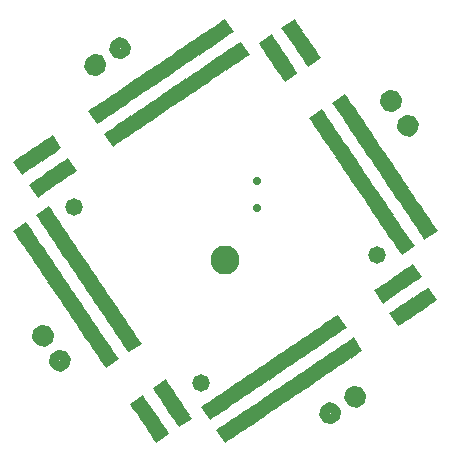
<source format=gbs>
G75*
%MOIN*%
%OFA0B0*%
%FSLAX24Y24*%
%IPPOS*%
%LPD*%
%AMOC8*
5,1,8,0,0,1.08239X$1,22.5*
%
%ADD10C,0.0580*%
%ADD11C,0.0970*%
%ADD12R,0.0159X0.0529*%
%ADD13C,0.0142*%
%ADD14C,0.0278*%
D10*
X008350Y004102D03*
X014218Y008350D03*
X004102Y009970D03*
D11*
X009160Y008176D03*
D12*
G36*
X011613Y005488D02*
X011744Y005577D01*
X012039Y005140D01*
X011908Y005051D01*
X011613Y005488D01*
G37*
G36*
X011483Y005400D02*
X011614Y005489D01*
X011909Y005052D01*
X011778Y004963D01*
X011483Y005400D01*
G37*
G36*
X011352Y005312D02*
X011483Y005401D01*
X011778Y004964D01*
X011647Y004875D01*
X011352Y005312D01*
G37*
G36*
X011222Y005224D02*
X011353Y005313D01*
X011648Y004876D01*
X011517Y004787D01*
X011222Y005224D01*
G37*
G36*
X011091Y005136D02*
X011222Y005225D01*
X011517Y004788D01*
X011386Y004699D01*
X011091Y005136D01*
G37*
G36*
X010960Y005048D02*
X011091Y005137D01*
X011386Y004700D01*
X011255Y004611D01*
X010960Y005048D01*
G37*
G36*
X010830Y004960D02*
X010961Y005049D01*
X011256Y004612D01*
X011125Y004523D01*
X010830Y004960D01*
G37*
G36*
X010699Y004872D02*
X010830Y004961D01*
X011125Y004524D01*
X010994Y004435D01*
X010699Y004872D01*
G37*
G36*
X010569Y004784D02*
X010700Y004873D01*
X010995Y004436D01*
X010864Y004347D01*
X010569Y004784D01*
G37*
G36*
X010438Y004696D02*
X010569Y004785D01*
X010864Y004348D01*
X010733Y004259D01*
X010438Y004696D01*
G37*
G36*
X010308Y004607D02*
X010439Y004696D01*
X010734Y004259D01*
X010603Y004170D01*
X010308Y004607D01*
G37*
G36*
X010177Y004519D02*
X010308Y004608D01*
X010603Y004171D01*
X010472Y004082D01*
X010177Y004519D01*
G37*
G36*
X010047Y004431D02*
X010178Y004520D01*
X010473Y004083D01*
X010342Y003994D01*
X010047Y004431D01*
G37*
G36*
X009916Y004343D02*
X010047Y004432D01*
X010342Y003995D01*
X010211Y003906D01*
X009916Y004343D01*
G37*
G36*
X009785Y004255D02*
X009916Y004344D01*
X010211Y003907D01*
X010080Y003818D01*
X009785Y004255D01*
G37*
G36*
X009655Y004167D02*
X009786Y004256D01*
X010081Y003819D01*
X009950Y003730D01*
X009655Y004167D01*
G37*
G36*
X009524Y004079D02*
X009655Y004168D01*
X009950Y003731D01*
X009819Y003642D01*
X009524Y004079D01*
G37*
G36*
X009394Y003991D02*
X009525Y004080D01*
X009820Y003643D01*
X009689Y003554D01*
X009394Y003991D01*
G37*
G36*
X009263Y003903D02*
X009394Y003992D01*
X009689Y003555D01*
X009558Y003466D01*
X009263Y003903D01*
G37*
G36*
X009133Y003815D02*
X009264Y003904D01*
X009559Y003467D01*
X009428Y003378D01*
X009133Y003815D01*
G37*
G36*
X009002Y003727D02*
X009133Y003816D01*
X009428Y003379D01*
X009297Y003290D01*
X009002Y003727D01*
G37*
G36*
X008872Y003639D02*
X009003Y003728D01*
X009298Y003291D01*
X009167Y003202D01*
X008872Y003639D01*
G37*
G36*
X008741Y003551D02*
X008872Y003640D01*
X009167Y003203D01*
X009036Y003114D01*
X008741Y003551D01*
G37*
G36*
X008610Y003463D02*
X008741Y003552D01*
X009036Y003115D01*
X008905Y003026D01*
X008610Y003463D01*
G37*
G36*
X008480Y003375D02*
X008611Y003464D01*
X008906Y003027D01*
X008775Y002938D01*
X008480Y003375D01*
G37*
G36*
X008349Y003287D02*
X008480Y003376D01*
X008775Y002939D01*
X008644Y002850D01*
X008349Y003287D01*
G37*
G36*
X007965Y003035D02*
X008054Y002904D01*
X007617Y002609D01*
X007528Y002740D01*
X007965Y003035D01*
G37*
G36*
X007877Y003166D02*
X007966Y003035D01*
X007529Y002740D01*
X007440Y002871D01*
X007877Y003166D01*
G37*
G36*
X007789Y003296D02*
X007878Y003165D01*
X007441Y002870D01*
X007352Y003001D01*
X007789Y003296D01*
G37*
G36*
X007700Y003427D02*
X007789Y003296D01*
X007352Y003001D01*
X007263Y003132D01*
X007700Y003427D01*
G37*
G36*
X007612Y003557D02*
X007701Y003426D01*
X007264Y003131D01*
X007175Y003262D01*
X007612Y003557D01*
G37*
G36*
X007524Y003688D02*
X007613Y003557D01*
X007176Y003262D01*
X007087Y003393D01*
X007524Y003688D01*
G37*
G36*
X007436Y003818D02*
X007525Y003687D01*
X007088Y003392D01*
X006999Y003523D01*
X007436Y003818D01*
G37*
G36*
X007348Y003949D02*
X007437Y003818D01*
X007000Y003523D01*
X006911Y003654D01*
X007348Y003949D01*
G37*
G36*
X007260Y004080D02*
X007349Y003949D01*
X006912Y003654D01*
X006823Y003785D01*
X007260Y004080D01*
G37*
G36*
X007172Y004210D02*
X007261Y004079D01*
X006824Y003784D01*
X006735Y003915D01*
X007172Y004210D01*
G37*
G36*
X006060Y003269D02*
X005971Y003400D01*
X006408Y003695D01*
X006497Y003564D01*
X006060Y003269D01*
G37*
G36*
X006148Y003138D02*
X006059Y003269D01*
X006496Y003564D01*
X006585Y003433D01*
X006148Y003138D01*
G37*
G36*
X006236Y003008D02*
X006147Y003139D01*
X006584Y003434D01*
X006673Y003303D01*
X006236Y003008D01*
G37*
G36*
X006325Y002877D02*
X006236Y003008D01*
X006673Y003303D01*
X006762Y003172D01*
X006325Y002877D01*
G37*
G36*
X006413Y002747D02*
X006324Y002878D01*
X006761Y003173D01*
X006850Y003042D01*
X006413Y002747D01*
G37*
G36*
X006501Y002616D02*
X006412Y002747D01*
X006849Y003042D01*
X006938Y002911D01*
X006501Y002616D01*
G37*
G36*
X006589Y002486D02*
X006500Y002617D01*
X006937Y002912D01*
X007026Y002781D01*
X006589Y002486D01*
G37*
G36*
X006677Y002355D02*
X006588Y002486D01*
X007025Y002781D01*
X007114Y002650D01*
X006677Y002355D01*
G37*
G36*
X006765Y002224D02*
X006676Y002355D01*
X007113Y002650D01*
X007202Y002519D01*
X006765Y002224D01*
G37*
G36*
X006853Y002094D02*
X006764Y002225D01*
X007201Y002520D01*
X007290Y002389D01*
X006853Y002094D01*
G37*
G36*
X009291Y002175D02*
X009160Y002086D01*
X008865Y002523D01*
X008996Y002612D01*
X009291Y002175D01*
G37*
G36*
X009421Y002263D02*
X009290Y002174D01*
X008995Y002611D01*
X009126Y002700D01*
X009421Y002263D01*
G37*
G36*
X009552Y002351D02*
X009421Y002262D01*
X009126Y002699D01*
X009257Y002788D01*
X009552Y002351D01*
G37*
G36*
X009682Y002439D02*
X009551Y002350D01*
X009256Y002787D01*
X009387Y002876D01*
X009682Y002439D01*
G37*
G36*
X009813Y002527D02*
X009682Y002438D01*
X009387Y002875D01*
X009518Y002964D01*
X009813Y002527D01*
G37*
G36*
X009943Y002615D02*
X009812Y002526D01*
X009517Y002963D01*
X009648Y003052D01*
X009943Y002615D01*
G37*
G36*
X010074Y002703D02*
X009943Y002614D01*
X009648Y003051D01*
X009779Y003140D01*
X010074Y002703D01*
G37*
G36*
X010204Y002791D02*
X010073Y002702D01*
X009778Y003139D01*
X009909Y003228D01*
X010204Y002791D01*
G37*
G36*
X010335Y002879D02*
X010204Y002790D01*
X009909Y003227D01*
X010040Y003316D01*
X010335Y002879D01*
G37*
G36*
X010466Y002967D02*
X010335Y002878D01*
X010040Y003315D01*
X010171Y003404D01*
X010466Y002967D01*
G37*
G36*
X010596Y003055D02*
X010465Y002966D01*
X010170Y003403D01*
X010301Y003492D01*
X010596Y003055D01*
G37*
G36*
X010727Y003143D02*
X010596Y003054D01*
X010301Y003491D01*
X010432Y003580D01*
X010727Y003143D01*
G37*
G36*
X010857Y003232D02*
X010726Y003143D01*
X010431Y003580D01*
X010562Y003669D01*
X010857Y003232D01*
G37*
G36*
X010988Y003320D02*
X010857Y003231D01*
X010562Y003668D01*
X010693Y003757D01*
X010988Y003320D01*
G37*
G36*
X011118Y003408D02*
X010987Y003319D01*
X010692Y003756D01*
X010823Y003845D01*
X011118Y003408D01*
G37*
G36*
X011249Y003496D02*
X011118Y003407D01*
X010823Y003844D01*
X010954Y003933D01*
X011249Y003496D01*
G37*
G36*
X011379Y003584D02*
X011248Y003495D01*
X010953Y003932D01*
X011084Y004021D01*
X011379Y003584D01*
G37*
G36*
X011510Y003672D02*
X011379Y003583D01*
X011084Y004020D01*
X011215Y004109D01*
X011510Y003672D01*
G37*
G36*
X011641Y003760D02*
X011510Y003671D01*
X011215Y004108D01*
X011346Y004197D01*
X011641Y003760D01*
G37*
G36*
X011771Y003848D02*
X011640Y003759D01*
X011345Y004196D01*
X011476Y004285D01*
X011771Y003848D01*
G37*
G36*
X011902Y003936D02*
X011771Y003847D01*
X011476Y004284D01*
X011607Y004373D01*
X011902Y003936D01*
G37*
G36*
X012032Y004024D02*
X011901Y003935D01*
X011606Y004372D01*
X011737Y004461D01*
X012032Y004024D01*
G37*
G36*
X012163Y004112D02*
X012032Y004023D01*
X011737Y004460D01*
X011868Y004549D01*
X012163Y004112D01*
G37*
G36*
X012293Y004200D02*
X012162Y004111D01*
X011867Y004548D01*
X011998Y004637D01*
X012293Y004200D01*
G37*
G36*
X012424Y004288D02*
X012293Y004199D01*
X011998Y004636D01*
X012129Y004725D01*
X012424Y004288D01*
G37*
G36*
X012554Y004376D02*
X012423Y004287D01*
X012128Y004724D01*
X012259Y004813D01*
X012554Y004376D01*
G37*
G36*
X012685Y004464D02*
X012554Y004375D01*
X012259Y004812D01*
X012390Y004901D01*
X012685Y004464D01*
G37*
G36*
X012816Y004552D02*
X012685Y004463D01*
X012390Y004900D01*
X012521Y004989D01*
X012816Y004552D01*
G37*
G36*
X012946Y004641D02*
X012815Y004552D01*
X012520Y004989D01*
X012651Y005078D01*
X012946Y004641D01*
G37*
G36*
X013077Y004729D02*
X012946Y004640D01*
X012651Y005077D01*
X012782Y005166D01*
X013077Y004729D01*
G37*
G36*
X013207Y004817D02*
X013076Y004728D01*
X012781Y005165D01*
X012912Y005254D01*
X013207Y004817D01*
G37*
G36*
X013338Y004905D02*
X013207Y004816D01*
X012912Y005253D01*
X013043Y005342D01*
X013338Y004905D01*
G37*
G36*
X013468Y004993D02*
X013337Y004904D01*
X013042Y005341D01*
X013173Y005430D01*
X013468Y004993D01*
G37*
G36*
X013599Y005081D02*
X013468Y004992D01*
X013173Y005429D01*
X013304Y005518D01*
X013599Y005081D01*
G37*
G36*
X013729Y005169D02*
X013598Y005080D01*
X013303Y005517D01*
X013434Y005606D01*
X013729Y005169D01*
G37*
G36*
X012658Y006193D02*
X012789Y006282D01*
X013084Y005845D01*
X012953Y005756D01*
X012658Y006193D01*
G37*
G36*
X012527Y006105D02*
X012658Y006194D01*
X012953Y005757D01*
X012822Y005668D01*
X012527Y006105D01*
G37*
G36*
X012397Y006016D02*
X012528Y006105D01*
X012823Y005668D01*
X012692Y005579D01*
X012397Y006016D01*
G37*
G36*
X012266Y005928D02*
X012397Y006017D01*
X012692Y005580D01*
X012561Y005491D01*
X012266Y005928D01*
G37*
G36*
X012135Y005840D02*
X012266Y005929D01*
X012561Y005492D01*
X012430Y005403D01*
X012135Y005840D01*
G37*
G36*
X012005Y005752D02*
X012136Y005841D01*
X012431Y005404D01*
X012300Y005315D01*
X012005Y005752D01*
G37*
G36*
X011874Y005664D02*
X012005Y005753D01*
X012300Y005316D01*
X012169Y005227D01*
X011874Y005664D01*
G37*
G36*
X011744Y005576D02*
X011875Y005665D01*
X012170Y005228D01*
X012039Y005139D01*
X011744Y005576D01*
G37*
G36*
X012788Y006281D02*
X012919Y006370D01*
X013214Y005933D01*
X013083Y005844D01*
X012788Y006281D01*
G37*
G36*
X014110Y007172D02*
X014241Y007261D01*
X014536Y006824D01*
X014405Y006735D01*
X014110Y007172D01*
G37*
G36*
X014240Y007260D02*
X014371Y007349D01*
X014666Y006912D01*
X014535Y006823D01*
X014240Y007260D01*
G37*
G36*
X014371Y007348D02*
X014502Y007437D01*
X014797Y007000D01*
X014666Y006911D01*
X014371Y007348D01*
G37*
G36*
X014502Y007436D02*
X014633Y007525D01*
X014928Y007088D01*
X014797Y006999D01*
X014502Y007436D01*
G37*
G36*
X014632Y007524D02*
X014763Y007613D01*
X015058Y007176D01*
X014927Y007087D01*
X014632Y007524D01*
G37*
G36*
X014763Y007612D02*
X014894Y007701D01*
X015189Y007264D01*
X015058Y007175D01*
X014763Y007612D01*
G37*
G36*
X014893Y007700D02*
X015024Y007789D01*
X015319Y007352D01*
X015188Y007263D01*
X014893Y007700D01*
G37*
G36*
X015024Y007789D02*
X015155Y007878D01*
X015450Y007441D01*
X015319Y007352D01*
X015024Y007789D01*
G37*
G36*
X015154Y007877D02*
X015285Y007966D01*
X015580Y007529D01*
X015449Y007440D01*
X015154Y007877D01*
G37*
G36*
X015285Y007965D02*
X015416Y008054D01*
X015711Y007617D01*
X015580Y007528D01*
X015285Y007965D01*
G37*
G36*
X015033Y008349D02*
X014944Y008480D01*
X015381Y008775D01*
X015470Y008644D01*
X015033Y008349D01*
G37*
G36*
X014945Y008480D02*
X014856Y008611D01*
X015293Y008906D01*
X015382Y008775D01*
X014945Y008480D01*
G37*
G36*
X014857Y008610D02*
X014768Y008741D01*
X015205Y009036D01*
X015294Y008905D01*
X014857Y008610D01*
G37*
G36*
X014769Y008741D02*
X014680Y008872D01*
X015117Y009167D01*
X015206Y009036D01*
X014769Y008741D01*
G37*
G36*
X014681Y008872D02*
X014592Y009003D01*
X015029Y009298D01*
X015118Y009167D01*
X014681Y008872D01*
G37*
G36*
X014593Y009002D02*
X014504Y009133D01*
X014941Y009428D01*
X015030Y009297D01*
X014593Y009002D01*
G37*
G36*
X014505Y009133D02*
X014416Y009264D01*
X014853Y009559D01*
X014942Y009428D01*
X014505Y009133D01*
G37*
G36*
X014417Y009263D02*
X014328Y009394D01*
X014765Y009689D01*
X014854Y009558D01*
X014417Y009263D01*
G37*
G36*
X014329Y009394D02*
X014240Y009525D01*
X014677Y009820D01*
X014766Y009689D01*
X014329Y009394D01*
G37*
G36*
X014241Y009524D02*
X014152Y009655D01*
X014589Y009950D01*
X014678Y009819D01*
X014241Y009524D01*
G37*
G36*
X014153Y009655D02*
X014064Y009786D01*
X014501Y010081D01*
X014590Y009950D01*
X014153Y009655D01*
G37*
G36*
X014065Y009785D02*
X013976Y009916D01*
X014413Y010211D01*
X014502Y010080D01*
X014065Y009785D01*
G37*
G36*
X013977Y009916D02*
X013888Y010047D01*
X014325Y010342D01*
X014414Y010211D01*
X013977Y009916D01*
G37*
G36*
X013889Y010047D02*
X013800Y010178D01*
X014237Y010473D01*
X014326Y010342D01*
X013889Y010047D01*
G37*
G36*
X013801Y010177D02*
X013712Y010308D01*
X014149Y010603D01*
X014238Y010472D01*
X013801Y010177D01*
G37*
G36*
X013713Y010308D02*
X013624Y010439D01*
X014061Y010734D01*
X014150Y010603D01*
X013713Y010308D01*
G37*
G36*
X013624Y010438D02*
X013535Y010569D01*
X013972Y010864D01*
X014061Y010733D01*
X013624Y010438D01*
G37*
G36*
X013536Y010569D02*
X013447Y010700D01*
X013884Y010995D01*
X013973Y010864D01*
X013536Y010569D01*
G37*
G36*
X013448Y010699D02*
X013359Y010830D01*
X013796Y011125D01*
X013885Y010994D01*
X013448Y010699D01*
G37*
G36*
X013360Y010830D02*
X013271Y010961D01*
X013708Y011256D01*
X013797Y011125D01*
X013360Y010830D01*
G37*
G36*
X013272Y010960D02*
X013183Y011091D01*
X013620Y011386D01*
X013709Y011255D01*
X013272Y010960D01*
G37*
G36*
X013184Y011091D02*
X013095Y011222D01*
X013532Y011517D01*
X013621Y011386D01*
X013184Y011091D01*
G37*
G36*
X013096Y011222D02*
X013007Y011353D01*
X013444Y011648D01*
X013533Y011517D01*
X013096Y011222D01*
G37*
G36*
X013008Y011352D02*
X012919Y011483D01*
X013356Y011778D01*
X013445Y011647D01*
X013008Y011352D01*
G37*
G36*
X012920Y011483D02*
X012831Y011614D01*
X013268Y011909D01*
X013357Y011778D01*
X012920Y011483D01*
G37*
G36*
X012832Y011613D02*
X012743Y011744D01*
X013180Y012039D01*
X013269Y011908D01*
X012832Y011613D01*
G37*
G36*
X012744Y011744D02*
X012655Y011875D01*
X013092Y012170D01*
X013181Y012039D01*
X012744Y011744D01*
G37*
G36*
X012656Y011874D02*
X012567Y012005D01*
X013004Y012300D01*
X013093Y012169D01*
X012656Y011874D01*
G37*
G36*
X012568Y012005D02*
X012479Y012136D01*
X012916Y012431D01*
X013005Y012300D01*
X012568Y012005D01*
G37*
G36*
X012480Y012135D02*
X012391Y012266D01*
X012828Y012561D01*
X012917Y012430D01*
X012480Y012135D01*
G37*
G36*
X012392Y012266D02*
X012303Y012397D01*
X012740Y012692D01*
X012829Y012561D01*
X012392Y012266D01*
G37*
G36*
X012304Y012397D02*
X012215Y012528D01*
X012652Y012823D01*
X012741Y012692D01*
X012304Y012397D01*
G37*
G36*
X012215Y012527D02*
X012126Y012658D01*
X012563Y012953D01*
X012652Y012822D01*
X012215Y012527D01*
G37*
G36*
X012127Y012658D02*
X012038Y012789D01*
X012475Y013084D01*
X012564Y012953D01*
X012127Y012658D01*
G37*
G36*
X012039Y012788D02*
X011950Y012919D01*
X012387Y013214D01*
X012476Y013083D01*
X012039Y012788D01*
G37*
G36*
X013151Y013729D02*
X013240Y013598D01*
X012803Y013303D01*
X012714Y013434D01*
X013151Y013729D01*
G37*
G36*
X013239Y013599D02*
X013328Y013468D01*
X012891Y013173D01*
X012802Y013304D01*
X013239Y013599D01*
G37*
G36*
X013327Y013468D02*
X013416Y013337D01*
X012979Y013042D01*
X012890Y013173D01*
X013327Y013468D01*
G37*
G36*
X013415Y013338D02*
X013504Y013207D01*
X013067Y012912D01*
X012978Y013043D01*
X013415Y013338D01*
G37*
G36*
X013503Y013207D02*
X013592Y013076D01*
X013155Y012781D01*
X013066Y012912D01*
X013503Y013207D01*
G37*
G36*
X013591Y013077D02*
X013680Y012946D01*
X013243Y012651D01*
X013154Y012782D01*
X013591Y013077D01*
G37*
G36*
X013679Y012946D02*
X013768Y012815D01*
X013331Y012520D01*
X013242Y012651D01*
X013679Y012946D01*
G37*
G36*
X013768Y012816D02*
X013857Y012685D01*
X013420Y012390D01*
X013331Y012521D01*
X013768Y012816D01*
G37*
G36*
X013856Y012685D02*
X013945Y012554D01*
X013508Y012259D01*
X013419Y012390D01*
X013856Y012685D01*
G37*
G36*
X013944Y012554D02*
X014033Y012423D01*
X013596Y012128D01*
X013507Y012259D01*
X013944Y012554D01*
G37*
G36*
X014032Y012424D02*
X014121Y012293D01*
X013684Y011998D01*
X013595Y012129D01*
X014032Y012424D01*
G37*
G36*
X014120Y012293D02*
X014209Y012162D01*
X013772Y011867D01*
X013683Y011998D01*
X014120Y012293D01*
G37*
G36*
X014208Y012163D02*
X014297Y012032D01*
X013860Y011737D01*
X013771Y011868D01*
X014208Y012163D01*
G37*
G36*
X014296Y012032D02*
X014385Y011901D01*
X013948Y011606D01*
X013859Y011737D01*
X014296Y012032D01*
G37*
G36*
X014384Y011902D02*
X014473Y011771D01*
X014036Y011476D01*
X013947Y011607D01*
X014384Y011902D01*
G37*
G36*
X014472Y011771D02*
X014561Y011640D01*
X014124Y011345D01*
X014035Y011476D01*
X014472Y011771D01*
G37*
G36*
X014560Y011641D02*
X014649Y011510D01*
X014212Y011215D01*
X014123Y011346D01*
X014560Y011641D01*
G37*
G36*
X014648Y011510D02*
X014737Y011379D01*
X014300Y011084D01*
X014211Y011215D01*
X014648Y011510D01*
G37*
G36*
X014736Y011379D02*
X014825Y011248D01*
X014388Y010953D01*
X014299Y011084D01*
X014736Y011379D01*
G37*
G36*
X014824Y011249D02*
X014913Y011118D01*
X014476Y010823D01*
X014387Y010954D01*
X014824Y011249D01*
G37*
G36*
X014912Y011118D02*
X015001Y010987D01*
X014564Y010692D01*
X014475Y010823D01*
X014912Y011118D01*
G37*
G36*
X015000Y010988D02*
X015089Y010857D01*
X014652Y010562D01*
X014563Y010693D01*
X015000Y010988D01*
G37*
G36*
X015088Y010857D02*
X015177Y010726D01*
X014740Y010431D01*
X014651Y010562D01*
X015088Y010857D01*
G37*
G36*
X015177Y010727D02*
X015266Y010596D01*
X014829Y010301D01*
X014740Y010432D01*
X015177Y010727D01*
G37*
G36*
X015265Y010596D02*
X015354Y010465D01*
X014917Y010170D01*
X014828Y010301D01*
X015265Y010596D01*
G37*
G36*
X015353Y010466D02*
X015442Y010335D01*
X015005Y010040D01*
X014916Y010171D01*
X015353Y010466D01*
G37*
G36*
X015441Y010335D02*
X015530Y010204D01*
X015093Y009909D01*
X015004Y010040D01*
X015441Y010335D01*
G37*
G36*
X015529Y010204D02*
X015618Y010073D01*
X015181Y009778D01*
X015092Y009909D01*
X015529Y010204D01*
G37*
G36*
X015617Y010074D02*
X015706Y009943D01*
X015269Y009648D01*
X015180Y009779D01*
X015617Y010074D01*
G37*
G36*
X015705Y009943D02*
X015794Y009812D01*
X015357Y009517D01*
X015268Y009648D01*
X015705Y009943D01*
G37*
G36*
X015793Y009813D02*
X015882Y009682D01*
X015445Y009387D01*
X015356Y009518D01*
X015793Y009813D01*
G37*
G36*
X015881Y009682D02*
X015970Y009551D01*
X015533Y009256D01*
X015444Y009387D01*
X015881Y009682D01*
G37*
G36*
X015969Y009552D02*
X016058Y009421D01*
X015621Y009126D01*
X015532Y009257D01*
X015969Y009552D01*
G37*
G36*
X016057Y009421D02*
X016146Y009290D01*
X015709Y008995D01*
X015620Y009126D01*
X016057Y009421D01*
G37*
G36*
X016145Y009291D02*
X016234Y009160D01*
X015797Y008865D01*
X015708Y008996D01*
X016145Y009291D01*
G37*
G36*
X016226Y006853D02*
X016095Y006764D01*
X015800Y007201D01*
X015931Y007290D01*
X016226Y006853D01*
G37*
G36*
X016096Y006765D02*
X015965Y006676D01*
X015670Y007113D01*
X015801Y007202D01*
X016096Y006765D01*
G37*
G36*
X015965Y006677D02*
X015834Y006588D01*
X015539Y007025D01*
X015670Y007114D01*
X015965Y006677D01*
G37*
G36*
X015834Y006589D02*
X015703Y006500D01*
X015408Y006937D01*
X015539Y007026D01*
X015834Y006589D01*
G37*
G36*
X015704Y006501D02*
X015573Y006412D01*
X015278Y006849D01*
X015409Y006938D01*
X015704Y006501D01*
G37*
G36*
X015573Y006413D02*
X015442Y006324D01*
X015147Y006761D01*
X015278Y006850D01*
X015573Y006413D01*
G37*
G36*
X015443Y006325D02*
X015312Y006236D01*
X015017Y006673D01*
X015148Y006762D01*
X015443Y006325D01*
G37*
G36*
X015312Y006236D02*
X015181Y006147D01*
X014886Y006584D01*
X015017Y006673D01*
X015312Y006236D01*
G37*
G36*
X015182Y006148D02*
X015051Y006059D01*
X014756Y006496D01*
X014887Y006585D01*
X015182Y006148D01*
G37*
G36*
X015051Y006060D02*
X014920Y005971D01*
X014625Y006408D01*
X014756Y006497D01*
X015051Y006060D01*
G37*
G36*
X007751Y013536D02*
X007620Y013447D01*
X007325Y013884D01*
X007456Y013973D01*
X007751Y013536D01*
G37*
G36*
X007882Y013624D02*
X007751Y013535D01*
X007456Y013972D01*
X007587Y014061D01*
X007882Y013624D01*
G37*
G36*
X008012Y013712D02*
X007881Y013623D01*
X007586Y014060D01*
X007717Y014149D01*
X008012Y013712D01*
G37*
G36*
X008143Y013801D02*
X008012Y013712D01*
X007717Y014149D01*
X007848Y014238D01*
X008143Y013801D01*
G37*
G36*
X008273Y013889D02*
X008142Y013800D01*
X007847Y014237D01*
X007978Y014326D01*
X008273Y013889D01*
G37*
G36*
X008404Y013977D02*
X008273Y013888D01*
X007978Y014325D01*
X008109Y014414D01*
X008404Y013977D01*
G37*
G36*
X008535Y014065D02*
X008404Y013976D01*
X008109Y014413D01*
X008240Y014502D01*
X008535Y014065D01*
G37*
G36*
X008665Y014153D02*
X008534Y014064D01*
X008239Y014501D01*
X008370Y014590D01*
X008665Y014153D01*
G37*
G36*
X008796Y014241D02*
X008665Y014152D01*
X008370Y014589D01*
X008501Y014678D01*
X008796Y014241D01*
G37*
G36*
X008926Y014329D02*
X008795Y014240D01*
X008500Y014677D01*
X008631Y014766D01*
X008926Y014329D01*
G37*
G36*
X009057Y014417D02*
X008926Y014328D01*
X008631Y014765D01*
X008762Y014854D01*
X009057Y014417D01*
G37*
G36*
X009187Y014505D02*
X009056Y014416D01*
X008761Y014853D01*
X008892Y014942D01*
X009187Y014505D01*
G37*
G36*
X009318Y014593D02*
X009187Y014504D01*
X008892Y014941D01*
X009023Y015030D01*
X009318Y014593D01*
G37*
G36*
X009448Y014681D02*
X009317Y014592D01*
X009022Y015029D01*
X009153Y015118D01*
X009448Y014681D01*
G37*
G36*
X009579Y014769D02*
X009448Y014680D01*
X009153Y015117D01*
X009284Y015206D01*
X009579Y014769D01*
G37*
G36*
X009710Y014857D02*
X009579Y014768D01*
X009284Y015205D01*
X009415Y015294D01*
X009710Y014857D01*
G37*
G36*
X009840Y014945D02*
X009709Y014856D01*
X009414Y015293D01*
X009545Y015382D01*
X009840Y014945D01*
G37*
G36*
X009971Y015033D02*
X009840Y014944D01*
X009545Y015381D01*
X009676Y015470D01*
X009971Y015033D01*
G37*
G36*
X010355Y015285D02*
X010266Y015416D01*
X010703Y015711D01*
X010792Y015580D01*
X010355Y015285D01*
G37*
G36*
X010443Y015154D02*
X010354Y015285D01*
X010791Y015580D01*
X010880Y015449D01*
X010443Y015154D01*
G37*
G36*
X010531Y015024D02*
X010442Y015155D01*
X010879Y015450D01*
X010968Y015319D01*
X010531Y015024D01*
G37*
G36*
X010620Y014893D02*
X010531Y015024D01*
X010968Y015319D01*
X011057Y015188D01*
X010620Y014893D01*
G37*
G36*
X010708Y014763D02*
X010619Y014894D01*
X011056Y015189D01*
X011145Y015058D01*
X010708Y014763D01*
G37*
G36*
X010796Y014632D02*
X010707Y014763D01*
X011144Y015058D01*
X011233Y014927D01*
X010796Y014632D01*
G37*
G36*
X010884Y014502D02*
X010795Y014633D01*
X011232Y014928D01*
X011321Y014797D01*
X010884Y014502D01*
G37*
G36*
X010972Y014371D02*
X010883Y014502D01*
X011320Y014797D01*
X011409Y014666D01*
X010972Y014371D01*
G37*
G36*
X011060Y014240D02*
X010971Y014371D01*
X011408Y014666D01*
X011497Y014535D01*
X011060Y014240D01*
G37*
G36*
X011148Y014110D02*
X011059Y014241D01*
X011496Y014536D01*
X011585Y014405D01*
X011148Y014110D01*
G37*
G36*
X012260Y015051D02*
X012349Y014920D01*
X011912Y014625D01*
X011823Y014756D01*
X012260Y015051D01*
G37*
G36*
X012172Y015182D02*
X012261Y015051D01*
X011824Y014756D01*
X011735Y014887D01*
X012172Y015182D01*
G37*
G36*
X012084Y015312D02*
X012173Y015181D01*
X011736Y014886D01*
X011647Y015017D01*
X012084Y015312D01*
G37*
G36*
X011995Y015443D02*
X012084Y015312D01*
X011647Y015017D01*
X011558Y015148D01*
X011995Y015443D01*
G37*
G36*
X011907Y015573D02*
X011996Y015442D01*
X011559Y015147D01*
X011470Y015278D01*
X011907Y015573D01*
G37*
G36*
X011819Y015704D02*
X011908Y015573D01*
X011471Y015278D01*
X011382Y015409D01*
X011819Y015704D01*
G37*
G36*
X011731Y015834D02*
X011820Y015703D01*
X011383Y015408D01*
X011294Y015539D01*
X011731Y015834D01*
G37*
G36*
X011643Y015965D02*
X011732Y015834D01*
X011295Y015539D01*
X011206Y015670D01*
X011643Y015965D01*
G37*
G36*
X011555Y016096D02*
X011644Y015965D01*
X011207Y015670D01*
X011118Y015801D01*
X011555Y016096D01*
G37*
G36*
X011467Y016226D02*
X011556Y016095D01*
X011119Y015800D01*
X011030Y015931D01*
X011467Y016226D01*
G37*
G36*
X009029Y016145D02*
X009160Y016234D01*
X009455Y015797D01*
X009324Y015708D01*
X009029Y016145D01*
G37*
G36*
X008899Y016057D02*
X009030Y016146D01*
X009325Y015709D01*
X009194Y015620D01*
X008899Y016057D01*
G37*
G36*
X008768Y015969D02*
X008899Y016058D01*
X009194Y015621D01*
X009063Y015532D01*
X008768Y015969D01*
G37*
G36*
X008638Y015881D02*
X008769Y015970D01*
X009064Y015533D01*
X008933Y015444D01*
X008638Y015881D01*
G37*
G36*
X008507Y015793D02*
X008638Y015882D01*
X008933Y015445D01*
X008802Y015356D01*
X008507Y015793D01*
G37*
G36*
X008377Y015705D02*
X008508Y015794D01*
X008803Y015357D01*
X008672Y015268D01*
X008377Y015705D01*
G37*
G36*
X008246Y015617D02*
X008377Y015706D01*
X008672Y015269D01*
X008541Y015180D01*
X008246Y015617D01*
G37*
G36*
X008116Y015529D02*
X008247Y015618D01*
X008542Y015181D01*
X008411Y015092D01*
X008116Y015529D01*
G37*
G36*
X007985Y015441D02*
X008116Y015530D01*
X008411Y015093D01*
X008280Y015004D01*
X007985Y015441D01*
G37*
G36*
X007854Y015353D02*
X007985Y015442D01*
X008280Y015005D01*
X008149Y014916D01*
X007854Y015353D01*
G37*
G36*
X007724Y015265D02*
X007855Y015354D01*
X008150Y014917D01*
X008019Y014828D01*
X007724Y015265D01*
G37*
G36*
X007593Y015177D02*
X007724Y015266D01*
X008019Y014829D01*
X007888Y014740D01*
X007593Y015177D01*
G37*
G36*
X007463Y015088D02*
X007594Y015177D01*
X007889Y014740D01*
X007758Y014651D01*
X007463Y015088D01*
G37*
G36*
X007332Y015000D02*
X007463Y015089D01*
X007758Y014652D01*
X007627Y014563D01*
X007332Y015000D01*
G37*
G36*
X007202Y014912D02*
X007333Y015001D01*
X007628Y014564D01*
X007497Y014475D01*
X007202Y014912D01*
G37*
G36*
X007071Y014824D02*
X007202Y014913D01*
X007497Y014476D01*
X007366Y014387D01*
X007071Y014824D01*
G37*
G36*
X006941Y014736D02*
X007072Y014825D01*
X007367Y014388D01*
X007236Y014299D01*
X006941Y014736D01*
G37*
G36*
X006810Y014648D02*
X006941Y014737D01*
X007236Y014300D01*
X007105Y014211D01*
X006810Y014648D01*
G37*
G36*
X006679Y014560D02*
X006810Y014649D01*
X007105Y014212D01*
X006974Y014123D01*
X006679Y014560D01*
G37*
G36*
X006549Y014472D02*
X006680Y014561D01*
X006975Y014124D01*
X006844Y014035D01*
X006549Y014472D01*
G37*
G36*
X006418Y014384D02*
X006549Y014473D01*
X006844Y014036D01*
X006713Y013947D01*
X006418Y014384D01*
G37*
G36*
X006288Y014296D02*
X006419Y014385D01*
X006714Y013948D01*
X006583Y013859D01*
X006288Y014296D01*
G37*
G36*
X006157Y014208D02*
X006288Y014297D01*
X006583Y013860D01*
X006452Y013771D01*
X006157Y014208D01*
G37*
G36*
X006027Y014120D02*
X006158Y014209D01*
X006453Y013772D01*
X006322Y013683D01*
X006027Y014120D01*
G37*
G36*
X005896Y014032D02*
X006027Y014121D01*
X006322Y013684D01*
X006191Y013595D01*
X005896Y014032D01*
G37*
G36*
X005766Y013944D02*
X005897Y014033D01*
X006192Y013596D01*
X006061Y013507D01*
X005766Y013944D01*
G37*
G36*
X005635Y013856D02*
X005766Y013945D01*
X006061Y013508D01*
X005930Y013419D01*
X005635Y013856D01*
G37*
G36*
X005504Y013768D02*
X005635Y013857D01*
X005930Y013420D01*
X005799Y013331D01*
X005504Y013768D01*
G37*
G36*
X005374Y013679D02*
X005505Y013768D01*
X005800Y013331D01*
X005669Y013242D01*
X005374Y013679D01*
G37*
G36*
X005243Y013591D02*
X005374Y013680D01*
X005669Y013243D01*
X005538Y013154D01*
X005243Y013591D01*
G37*
G36*
X005113Y013503D02*
X005244Y013592D01*
X005539Y013155D01*
X005408Y013066D01*
X005113Y013503D01*
G37*
G36*
X004982Y013415D02*
X005113Y013504D01*
X005408Y013067D01*
X005277Y012978D01*
X004982Y013415D01*
G37*
G36*
X004852Y013327D02*
X004983Y013416D01*
X005278Y012979D01*
X005147Y012890D01*
X004852Y013327D01*
G37*
G36*
X004721Y013239D02*
X004852Y013328D01*
X005147Y012891D01*
X005016Y012802D01*
X004721Y013239D01*
G37*
G36*
X004591Y013151D02*
X004722Y013240D01*
X005017Y012803D01*
X004886Y012714D01*
X004591Y013151D01*
G37*
G36*
X005662Y012127D02*
X005531Y012038D01*
X005236Y012475D01*
X005367Y012564D01*
X005662Y012127D01*
G37*
G36*
X005793Y012215D02*
X005662Y012126D01*
X005367Y012563D01*
X005498Y012652D01*
X005793Y012215D01*
G37*
G36*
X005923Y012304D02*
X005792Y012215D01*
X005497Y012652D01*
X005628Y012741D01*
X005923Y012304D01*
G37*
G36*
X006054Y012392D02*
X005923Y012303D01*
X005628Y012740D01*
X005759Y012829D01*
X006054Y012392D01*
G37*
G36*
X006184Y012480D02*
X006053Y012391D01*
X005758Y012828D01*
X005889Y012917D01*
X006184Y012480D01*
G37*
G36*
X006315Y012568D02*
X006184Y012479D01*
X005889Y012916D01*
X006020Y013005D01*
X006315Y012568D01*
G37*
G36*
X006446Y012656D02*
X006315Y012567D01*
X006020Y013004D01*
X006151Y013093D01*
X006446Y012656D01*
G37*
G36*
X006576Y012744D02*
X006445Y012655D01*
X006150Y013092D01*
X006281Y013181D01*
X006576Y012744D01*
G37*
G36*
X006707Y012832D02*
X006576Y012743D01*
X006281Y013180D01*
X006412Y013269D01*
X006707Y012832D01*
G37*
G36*
X006837Y012920D02*
X006706Y012831D01*
X006411Y013268D01*
X006542Y013357D01*
X006837Y012920D01*
G37*
G36*
X006968Y013008D02*
X006837Y012919D01*
X006542Y013356D01*
X006673Y013445D01*
X006968Y013008D01*
G37*
G36*
X007098Y013096D02*
X006967Y013007D01*
X006672Y013444D01*
X006803Y013533D01*
X007098Y013096D01*
G37*
G36*
X007229Y013184D02*
X007098Y013095D01*
X006803Y013532D01*
X006934Y013621D01*
X007229Y013184D01*
G37*
G36*
X007360Y013272D02*
X007229Y013183D01*
X006934Y013620D01*
X007065Y013709D01*
X007360Y013272D01*
G37*
G36*
X007490Y013360D02*
X007359Y013271D01*
X007064Y013708D01*
X007195Y013797D01*
X007490Y013360D01*
G37*
G36*
X007621Y013448D02*
X007490Y013359D01*
X007195Y013796D01*
X007326Y013885D01*
X007621Y013448D01*
G37*
G36*
X005532Y012039D02*
X005401Y011950D01*
X005106Y012387D01*
X005237Y012476D01*
X005532Y012039D01*
G37*
G36*
X004210Y011148D02*
X004079Y011059D01*
X003784Y011496D01*
X003915Y011585D01*
X004210Y011148D01*
G37*
G36*
X004080Y011060D02*
X003949Y010971D01*
X003654Y011408D01*
X003785Y011497D01*
X004080Y011060D01*
G37*
G36*
X003949Y010972D02*
X003818Y010883D01*
X003523Y011320D01*
X003654Y011409D01*
X003949Y010972D01*
G37*
G36*
X003818Y010884D02*
X003687Y010795D01*
X003392Y011232D01*
X003523Y011321D01*
X003818Y010884D01*
G37*
G36*
X003688Y010796D02*
X003557Y010707D01*
X003262Y011144D01*
X003393Y011233D01*
X003688Y010796D01*
G37*
G36*
X003557Y010708D02*
X003426Y010619D01*
X003131Y011056D01*
X003262Y011145D01*
X003557Y010708D01*
G37*
G36*
X003427Y010620D02*
X003296Y010531D01*
X003001Y010968D01*
X003132Y011057D01*
X003427Y010620D01*
G37*
G36*
X003296Y010531D02*
X003165Y010442D01*
X002870Y010879D01*
X003001Y010968D01*
X003296Y010531D01*
G37*
G36*
X003166Y010443D02*
X003035Y010354D01*
X002740Y010791D01*
X002871Y010880D01*
X003166Y010443D01*
G37*
G36*
X003035Y010355D02*
X002904Y010266D01*
X002609Y010703D01*
X002740Y010792D01*
X003035Y010355D01*
G37*
G36*
X003287Y009971D02*
X003376Y009840D01*
X002939Y009545D01*
X002850Y009676D01*
X003287Y009971D01*
G37*
G36*
X003375Y009840D02*
X003464Y009709D01*
X003027Y009414D01*
X002938Y009545D01*
X003375Y009840D01*
G37*
G36*
X003463Y009710D02*
X003552Y009579D01*
X003115Y009284D01*
X003026Y009415D01*
X003463Y009710D01*
G37*
G36*
X003551Y009579D02*
X003640Y009448D01*
X003203Y009153D01*
X003114Y009284D01*
X003551Y009579D01*
G37*
G36*
X003639Y009448D02*
X003728Y009317D01*
X003291Y009022D01*
X003202Y009153D01*
X003639Y009448D01*
G37*
G36*
X003727Y009318D02*
X003816Y009187D01*
X003379Y008892D01*
X003290Y009023D01*
X003727Y009318D01*
G37*
G36*
X003815Y009187D02*
X003904Y009056D01*
X003467Y008761D01*
X003378Y008892D01*
X003815Y009187D01*
G37*
G36*
X003903Y009057D02*
X003992Y008926D01*
X003555Y008631D01*
X003466Y008762D01*
X003903Y009057D01*
G37*
G36*
X003991Y008926D02*
X004080Y008795D01*
X003643Y008500D01*
X003554Y008631D01*
X003991Y008926D01*
G37*
G36*
X004079Y008796D02*
X004168Y008665D01*
X003731Y008370D01*
X003642Y008501D01*
X004079Y008796D01*
G37*
G36*
X004167Y008665D02*
X004256Y008534D01*
X003819Y008239D01*
X003730Y008370D01*
X004167Y008665D01*
G37*
G36*
X004255Y008535D02*
X004344Y008404D01*
X003907Y008109D01*
X003818Y008240D01*
X004255Y008535D01*
G37*
G36*
X004343Y008404D02*
X004432Y008273D01*
X003995Y007978D01*
X003906Y008109D01*
X004343Y008404D01*
G37*
G36*
X004431Y008273D02*
X004520Y008142D01*
X004083Y007847D01*
X003994Y007978D01*
X004431Y008273D01*
G37*
G36*
X004519Y008143D02*
X004608Y008012D01*
X004171Y007717D01*
X004082Y007848D01*
X004519Y008143D01*
G37*
G36*
X004607Y008012D02*
X004696Y007881D01*
X004259Y007586D01*
X004170Y007717D01*
X004607Y008012D01*
G37*
G36*
X004696Y007882D02*
X004785Y007751D01*
X004348Y007456D01*
X004259Y007587D01*
X004696Y007882D01*
G37*
G36*
X004784Y007751D02*
X004873Y007620D01*
X004436Y007325D01*
X004347Y007456D01*
X004784Y007751D01*
G37*
G36*
X004872Y007621D02*
X004961Y007490D01*
X004524Y007195D01*
X004435Y007326D01*
X004872Y007621D01*
G37*
G36*
X004960Y007490D02*
X005049Y007359D01*
X004612Y007064D01*
X004523Y007195D01*
X004960Y007490D01*
G37*
G36*
X005048Y007359D02*
X005137Y007228D01*
X004700Y006933D01*
X004611Y007064D01*
X005048Y007359D01*
G37*
G36*
X005136Y007229D02*
X005225Y007098D01*
X004788Y006803D01*
X004699Y006934D01*
X005136Y007229D01*
G37*
G36*
X005224Y007098D02*
X005313Y006967D01*
X004876Y006672D01*
X004787Y006803D01*
X005224Y007098D01*
G37*
G36*
X005312Y006968D02*
X005401Y006837D01*
X004964Y006542D01*
X004875Y006673D01*
X005312Y006968D01*
G37*
G36*
X005400Y006837D02*
X005489Y006706D01*
X005052Y006411D01*
X004963Y006542D01*
X005400Y006837D01*
G37*
G36*
X005488Y006707D02*
X005577Y006576D01*
X005140Y006281D01*
X005051Y006412D01*
X005488Y006707D01*
G37*
G36*
X005576Y006576D02*
X005665Y006445D01*
X005228Y006150D01*
X005139Y006281D01*
X005576Y006576D01*
G37*
G36*
X005664Y006446D02*
X005753Y006315D01*
X005316Y006020D01*
X005227Y006151D01*
X005664Y006446D01*
G37*
G36*
X005752Y006315D02*
X005841Y006184D01*
X005404Y005889D01*
X005315Y006020D01*
X005752Y006315D01*
G37*
G36*
X005840Y006184D02*
X005929Y006053D01*
X005492Y005758D01*
X005403Y005889D01*
X005840Y006184D01*
G37*
G36*
X005928Y006054D02*
X006017Y005923D01*
X005580Y005628D01*
X005491Y005759D01*
X005928Y006054D01*
G37*
G36*
X006016Y005923D02*
X006105Y005792D01*
X005668Y005497D01*
X005579Y005628D01*
X006016Y005923D01*
G37*
G36*
X006105Y005793D02*
X006194Y005662D01*
X005757Y005367D01*
X005668Y005498D01*
X006105Y005793D01*
G37*
G36*
X006193Y005662D02*
X006282Y005531D01*
X005845Y005236D01*
X005756Y005367D01*
X006193Y005662D01*
G37*
G36*
X006281Y005532D02*
X006370Y005401D01*
X005933Y005106D01*
X005844Y005237D01*
X006281Y005532D01*
G37*
G36*
X005169Y004591D02*
X005080Y004722D01*
X005517Y005017D01*
X005606Y004886D01*
X005169Y004591D01*
G37*
G36*
X005081Y004721D02*
X004992Y004852D01*
X005429Y005147D01*
X005518Y005016D01*
X005081Y004721D01*
G37*
G36*
X004993Y004852D02*
X004904Y004983D01*
X005341Y005278D01*
X005430Y005147D01*
X004993Y004852D01*
G37*
G36*
X004905Y004982D02*
X004816Y005113D01*
X005253Y005408D01*
X005342Y005277D01*
X004905Y004982D01*
G37*
G36*
X004817Y005113D02*
X004728Y005244D01*
X005165Y005539D01*
X005254Y005408D01*
X004817Y005113D01*
G37*
G36*
X004729Y005243D02*
X004640Y005374D01*
X005077Y005669D01*
X005166Y005538D01*
X004729Y005243D01*
G37*
G36*
X004641Y005374D02*
X004552Y005505D01*
X004989Y005800D01*
X005078Y005669D01*
X004641Y005374D01*
G37*
G36*
X004552Y005504D02*
X004463Y005635D01*
X004900Y005930D01*
X004989Y005799D01*
X004552Y005504D01*
G37*
G36*
X004464Y005635D02*
X004375Y005766D01*
X004812Y006061D01*
X004901Y005930D01*
X004464Y005635D01*
G37*
G36*
X004376Y005766D02*
X004287Y005897D01*
X004724Y006192D01*
X004813Y006061D01*
X004376Y005766D01*
G37*
G36*
X004288Y005896D02*
X004199Y006027D01*
X004636Y006322D01*
X004725Y006191D01*
X004288Y005896D01*
G37*
G36*
X004200Y006027D02*
X004111Y006158D01*
X004548Y006453D01*
X004637Y006322D01*
X004200Y006027D01*
G37*
G36*
X004112Y006157D02*
X004023Y006288D01*
X004460Y006583D01*
X004549Y006452D01*
X004112Y006157D01*
G37*
G36*
X004024Y006288D02*
X003935Y006419D01*
X004372Y006714D01*
X004461Y006583D01*
X004024Y006288D01*
G37*
G36*
X003936Y006418D02*
X003847Y006549D01*
X004284Y006844D01*
X004373Y006713D01*
X003936Y006418D01*
G37*
G36*
X003848Y006549D02*
X003759Y006680D01*
X004196Y006975D01*
X004285Y006844D01*
X003848Y006549D01*
G37*
G36*
X003760Y006679D02*
X003671Y006810D01*
X004108Y007105D01*
X004197Y006974D01*
X003760Y006679D01*
G37*
G36*
X003672Y006810D02*
X003583Y006941D01*
X004020Y007236D01*
X004109Y007105D01*
X003672Y006810D01*
G37*
G36*
X003584Y006941D02*
X003495Y007072D01*
X003932Y007367D01*
X004021Y007236D01*
X003584Y006941D01*
G37*
G36*
X003496Y007071D02*
X003407Y007202D01*
X003844Y007497D01*
X003933Y007366D01*
X003496Y007071D01*
G37*
G36*
X003408Y007202D02*
X003319Y007333D01*
X003756Y007628D01*
X003845Y007497D01*
X003408Y007202D01*
G37*
G36*
X003320Y007332D02*
X003231Y007463D01*
X003668Y007758D01*
X003757Y007627D01*
X003320Y007332D01*
G37*
G36*
X003232Y007463D02*
X003143Y007594D01*
X003580Y007889D01*
X003669Y007758D01*
X003232Y007463D01*
G37*
G36*
X003143Y007593D02*
X003054Y007724D01*
X003491Y008019D01*
X003580Y007888D01*
X003143Y007593D01*
G37*
G36*
X003055Y007724D02*
X002966Y007855D01*
X003403Y008150D01*
X003492Y008019D01*
X003055Y007724D01*
G37*
G36*
X002967Y007854D02*
X002878Y007985D01*
X003315Y008280D01*
X003404Y008149D01*
X002967Y007854D01*
G37*
G36*
X002879Y007985D02*
X002790Y008116D01*
X003227Y008411D01*
X003316Y008280D01*
X002879Y007985D01*
G37*
G36*
X002791Y008116D02*
X002702Y008247D01*
X003139Y008542D01*
X003228Y008411D01*
X002791Y008116D01*
G37*
G36*
X002703Y008246D02*
X002614Y008377D01*
X003051Y008672D01*
X003140Y008541D01*
X002703Y008246D01*
G37*
G36*
X002615Y008377D02*
X002526Y008508D01*
X002963Y008803D01*
X003052Y008672D01*
X002615Y008377D01*
G37*
G36*
X002527Y008507D02*
X002438Y008638D01*
X002875Y008933D01*
X002964Y008802D01*
X002527Y008507D01*
G37*
G36*
X002439Y008638D02*
X002350Y008769D01*
X002787Y009064D01*
X002876Y008933D01*
X002439Y008638D01*
G37*
G36*
X002351Y008768D02*
X002262Y008899D01*
X002699Y009194D01*
X002788Y009063D01*
X002351Y008768D01*
G37*
G36*
X002263Y008899D02*
X002174Y009030D01*
X002611Y009325D01*
X002700Y009194D01*
X002263Y008899D01*
G37*
G36*
X002175Y009029D02*
X002086Y009160D01*
X002523Y009455D01*
X002612Y009324D01*
X002175Y009029D01*
G37*
G36*
X002094Y011467D02*
X002225Y011556D01*
X002520Y011119D01*
X002389Y011030D01*
X002094Y011467D01*
G37*
G36*
X002224Y011555D02*
X002355Y011644D01*
X002650Y011207D01*
X002519Y011118D01*
X002224Y011555D01*
G37*
G36*
X002355Y011643D02*
X002486Y011732D01*
X002781Y011295D01*
X002650Y011206D01*
X002355Y011643D01*
G37*
G36*
X002486Y011731D02*
X002617Y011820D01*
X002912Y011383D01*
X002781Y011294D01*
X002486Y011731D01*
G37*
G36*
X002616Y011819D02*
X002747Y011908D01*
X003042Y011471D01*
X002911Y011382D01*
X002616Y011819D01*
G37*
G36*
X002747Y011907D02*
X002878Y011996D01*
X003173Y011559D01*
X003042Y011470D01*
X002747Y011907D01*
G37*
G36*
X002877Y011995D02*
X003008Y012084D01*
X003303Y011647D01*
X003172Y011558D01*
X002877Y011995D01*
G37*
G36*
X003008Y012084D02*
X003139Y012173D01*
X003434Y011736D01*
X003303Y011647D01*
X003008Y012084D01*
G37*
G36*
X003138Y012172D02*
X003269Y012261D01*
X003564Y011824D01*
X003433Y011735D01*
X003138Y012172D01*
G37*
G36*
X003269Y012260D02*
X003400Y012349D01*
X003695Y011912D01*
X003564Y011823D01*
X003269Y012260D01*
G37*
D13*
X003646Y005060D02*
X003575Y005131D01*
X003806Y005086D01*
X003936Y004892D01*
X003891Y004661D01*
X003697Y004531D01*
X003466Y004576D01*
X003336Y004770D01*
X003381Y005001D01*
X003575Y005131D01*
X003598Y005018D01*
X003741Y004990D01*
X003823Y004869D01*
X003795Y004726D01*
X003674Y004644D01*
X003531Y004672D01*
X003449Y004793D01*
X003477Y004936D01*
X003598Y005018D01*
X003621Y004906D01*
X003678Y004894D01*
X003711Y004846D01*
X003699Y004789D01*
X003651Y004756D01*
X003594Y004768D01*
X003561Y004816D01*
X003573Y004873D01*
X003621Y004906D01*
X003087Y005889D02*
X003016Y005960D01*
X003247Y005915D01*
X003377Y005721D01*
X003332Y005490D01*
X003138Y005360D01*
X002907Y005405D01*
X002777Y005599D01*
X002822Y005830D01*
X003016Y005960D01*
X003039Y005847D01*
X003182Y005819D01*
X003264Y005698D01*
X003236Y005555D01*
X003115Y005473D01*
X002972Y005501D01*
X002890Y005622D01*
X002918Y005765D01*
X003039Y005847D01*
X003062Y005735D01*
X003119Y005723D01*
X003152Y005675D01*
X003140Y005618D01*
X003092Y005585D01*
X003035Y005597D01*
X003002Y005645D01*
X003014Y005702D01*
X003062Y005735D01*
X004841Y014913D02*
X004770Y014984D01*
X005001Y014939D01*
X005131Y014745D01*
X005086Y014514D01*
X004892Y014384D01*
X004661Y014429D01*
X004531Y014623D01*
X004576Y014854D01*
X004770Y014984D01*
X004793Y014871D01*
X004936Y014843D01*
X005018Y014722D01*
X004990Y014579D01*
X004869Y014497D01*
X004726Y014525D01*
X004644Y014646D01*
X004672Y014789D01*
X004793Y014871D01*
X004816Y014759D01*
X004873Y014747D01*
X004906Y014699D01*
X004894Y014642D01*
X004846Y014609D01*
X004789Y014621D01*
X004756Y014669D01*
X004768Y014726D01*
X004816Y014759D01*
X005670Y015472D02*
X005599Y015543D01*
X005830Y015498D01*
X005960Y015304D01*
X005915Y015073D01*
X005721Y014943D01*
X005490Y014988D01*
X005360Y015182D01*
X005405Y015413D01*
X005599Y015543D01*
X005622Y015430D01*
X005765Y015402D01*
X005847Y015281D01*
X005819Y015138D01*
X005698Y015056D01*
X005555Y015084D01*
X005473Y015205D01*
X005501Y015348D01*
X005622Y015430D01*
X005645Y015318D01*
X005702Y015306D01*
X005735Y015258D01*
X005723Y015201D01*
X005675Y015168D01*
X005618Y015180D01*
X005585Y015228D01*
X005597Y015285D01*
X005645Y015318D01*
X014694Y013718D02*
X014623Y013789D01*
X014854Y013744D01*
X014984Y013550D01*
X014939Y013319D01*
X014745Y013189D01*
X014514Y013234D01*
X014384Y013428D01*
X014429Y013659D01*
X014623Y013789D01*
X014646Y013676D01*
X014789Y013648D01*
X014871Y013527D01*
X014843Y013384D01*
X014722Y013302D01*
X014579Y013330D01*
X014497Y013451D01*
X014525Y013594D01*
X014646Y013676D01*
X014669Y013564D01*
X014726Y013552D01*
X014759Y013504D01*
X014747Y013447D01*
X014699Y013414D01*
X014642Y013426D01*
X014609Y013474D01*
X014621Y013531D01*
X014669Y013564D01*
X015253Y012889D02*
X015182Y012960D01*
X015413Y012915D01*
X015543Y012721D01*
X015498Y012490D01*
X015304Y012360D01*
X015073Y012405D01*
X014943Y012599D01*
X014988Y012830D01*
X015182Y012960D01*
X015205Y012847D01*
X015348Y012819D01*
X015430Y012698D01*
X015402Y012555D01*
X015281Y012473D01*
X015138Y012501D01*
X015056Y012622D01*
X015084Y012765D01*
X015205Y012847D01*
X015228Y012735D01*
X015285Y012723D01*
X015318Y012675D01*
X015306Y012618D01*
X015258Y012585D01*
X015201Y012597D01*
X015168Y012645D01*
X015180Y012702D01*
X015228Y012735D01*
X013499Y003865D02*
X013428Y003936D01*
X013659Y003891D01*
X013789Y003697D01*
X013744Y003466D01*
X013550Y003336D01*
X013319Y003381D01*
X013189Y003575D01*
X013234Y003806D01*
X013428Y003936D01*
X013451Y003823D01*
X013594Y003795D01*
X013676Y003674D01*
X013648Y003531D01*
X013527Y003449D01*
X013384Y003477D01*
X013302Y003598D01*
X013330Y003741D01*
X013451Y003823D01*
X013474Y003711D01*
X013531Y003699D01*
X013564Y003651D01*
X013552Y003594D01*
X013504Y003561D01*
X013447Y003573D01*
X013414Y003621D01*
X013426Y003678D01*
X013474Y003711D01*
X012670Y003306D02*
X012599Y003377D01*
X012830Y003332D01*
X012960Y003138D01*
X012915Y002907D01*
X012721Y002777D01*
X012490Y002822D01*
X012360Y003016D01*
X012405Y003247D01*
X012599Y003377D01*
X012622Y003264D01*
X012765Y003236D01*
X012847Y003115D01*
X012819Y002972D01*
X012698Y002890D01*
X012555Y002918D01*
X012473Y003039D01*
X012501Y003182D01*
X012622Y003264D01*
X012645Y003152D01*
X012702Y003140D01*
X012735Y003092D01*
X012723Y003035D01*
X012675Y003002D01*
X012618Y003014D01*
X012585Y003062D01*
X012597Y003119D01*
X012645Y003152D01*
D14*
X010210Y009910D03*
X010210Y010810D03*
M02*

</source>
